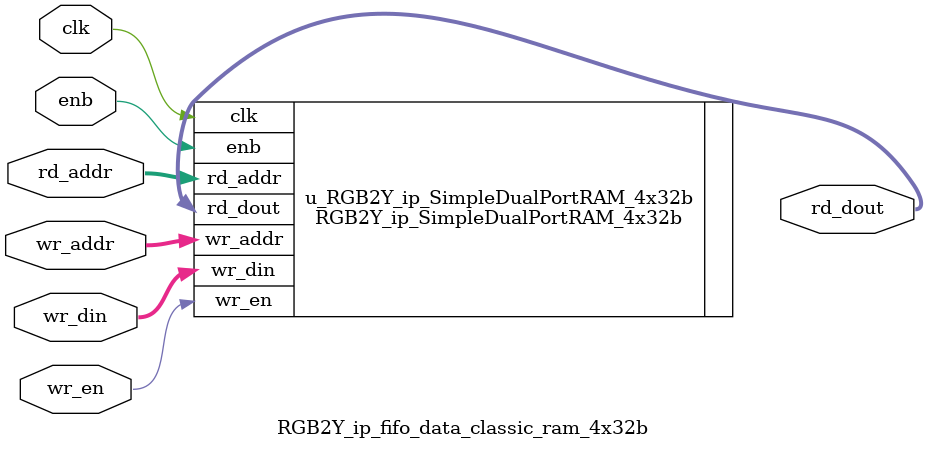
<source format=v>



`timescale 1 ns / 1 ns

module RGB2Y_ip_fifo_data_classic_ram_4x32b
          (
           clk,
           enb,
           wr_din,
           wr_addr,
           wr_en,
           rd_addr,
           rd_dout
          );


  input   clk;
  input   enb;
  input   [31:0] wr_din;  // ufix32
  input   [1:0] wr_addr;  // ufix2
  input   wr_en;  // ufix1
  input   [1:0] rd_addr;  // ufix2
  output  [31:0] rd_dout;  // ufix32




  RGB2Y_ip_SimpleDualPortRAM_4x32b   u_RGB2Y_ip_SimpleDualPortRAM_4x32b   (.clk(clk),
                                                                           .enb(enb),
                                                                           .wr_din(wr_din),  // ufix32
                                                                           .wr_addr(wr_addr),  // ufix2
                                                                           .wr_en(wr_en),  // ufix1
                                                                           .rd_addr(rd_addr),  // ufix2
                                                                           .rd_dout(rd_dout)  // ufix32
                                                                           );

endmodule  // RGB2Y_ip_fifo_data_classic_ram_4x32b


</source>
